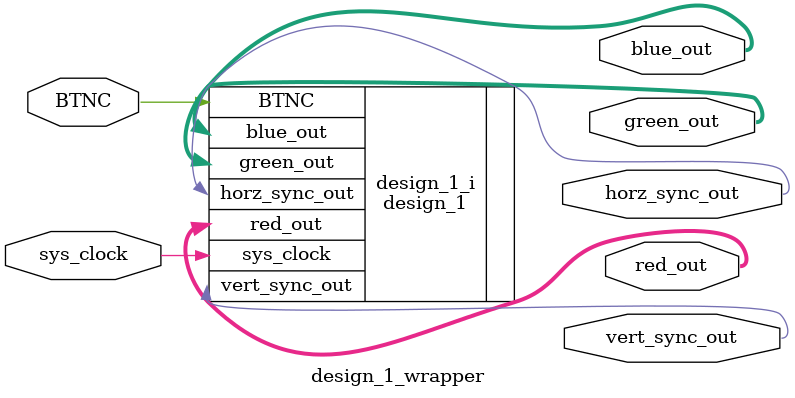
<source format=v>
`timescale 1 ps / 1 ps

module design_1_wrapper
   (BTNC,
    blue_out,
    green_out,
    horz_sync_out,
    red_out,
    sys_clock,
    vert_sync_out);
  input BTNC;
  output [3:0]blue_out;
  output [3:0]green_out;
  output horz_sync_out;
  output [3:0]red_out;
  input sys_clock;
  output vert_sync_out;

  wire BTNC;
  wire [3:0]blue_out;
  wire [3:0]green_out;
  wire horz_sync_out;
  wire [3:0]red_out;
  wire sys_clock;
  wire vert_sync_out;

  design_1 design_1_i
       (.BTNC(BTNC),
        .blue_out(blue_out),
        .green_out(green_out),
        .horz_sync_out(horz_sync_out),
        .red_out(red_out),
        .sys_clock(sys_clock),
        .vert_sync_out(vert_sync_out));
endmodule

</source>
